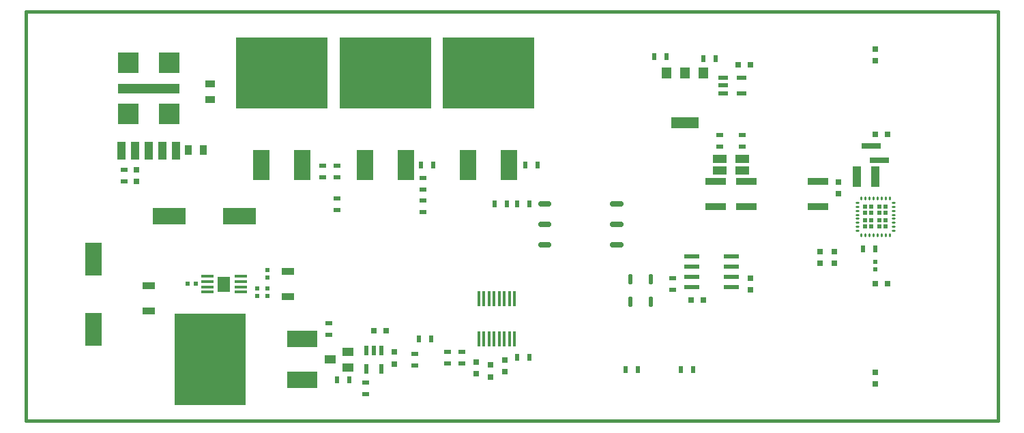
<source format=gtp>
G75*
%MOIN*%
%OFA0B0*%
%FSLAX25Y25*%
%IPPOS*%
%LPD*%
%AMOC8*
5,1,8,0,0,1.08239X$1,22.5*
%
%ADD10C,0.01600*%
%ADD11R,0.06299X0.01575*%
%ADD12R,0.06102X0.07480*%
%ADD13R,0.09843X0.03543*%
%ADD14R,0.03150X0.03150*%
%ADD15R,0.06299X0.03543*%
%ADD16R,0.01969X0.01969*%
%ADD17R,0.02362X0.01969*%
%ADD18R,0.02362X0.03543*%
%ADD19R,0.09700X0.03100*%
%ADD20C,0.00984*%
%ADD21R,0.00984X0.00492*%
%ADD22R,0.00492X0.00984*%
%ADD23R,0.08200X0.15000*%
%ADD24R,0.45000X0.35000*%
%ADD25R,0.15000X0.08200*%
%ADD26R,0.35000X0.45000*%
%ADD27R,0.04200X0.08500*%
%ADD28R,0.10000X0.10000*%
%ADD29R,0.30000X0.05000*%
%ADD30R,0.03543X0.05118*%
%ADD31R,0.03543X0.02362*%
%ADD32R,0.05118X0.03543*%
%ADD33R,0.02000X0.04800*%
%ADD34R,0.01400X0.07800*%
%ADD35C,0.01700*%
%ADD36R,0.05512X0.03937*%
%ADD37C,0.02559*%
%ADD38R,0.04800X0.02000*%
%ADD39R,0.04724X0.05512*%
%ADD40R,0.13780X0.05512*%
%ADD41R,0.06890X0.04331*%
%ADD42R,0.04000X0.10000*%
%ADD43R,0.07800X0.02100*%
%ADD44R,0.07874X0.16142*%
%ADD45R,0.16142X0.07874*%
D10*
X0001800Y0027250D02*
X0476800Y0027250D01*
X0476800Y0227250D01*
X0001800Y0227250D01*
X0001800Y0027250D01*
D11*
X0090265Y0090250D03*
X0090265Y0092809D03*
X0090265Y0095368D03*
X0090265Y0097927D03*
X0106800Y0097927D03*
X0106800Y0095368D03*
X0106800Y0092809D03*
X0106800Y0090250D03*
D12*
X0098532Y0094089D03*
D13*
X0338800Y0132148D03*
X0353800Y0132148D03*
X0353800Y0144352D03*
X0338800Y0144352D03*
X0388800Y0144352D03*
X0388800Y0132148D03*
D14*
X0398800Y0138297D03*
X0398800Y0144203D03*
X0416847Y0167250D03*
X0422753Y0167250D03*
X0355753Y0201250D03*
X0349847Y0201250D03*
X0416800Y0203297D03*
X0416800Y0209203D03*
X0396800Y0110203D03*
X0389800Y0110203D03*
X0389800Y0104297D03*
X0396800Y0104297D03*
X0416847Y0094250D03*
X0422753Y0094250D03*
X0355800Y0091297D03*
X0355800Y0097203D03*
X0332753Y0086250D03*
X0326847Y0086250D03*
X0235800Y0057203D03*
X0235800Y0051297D03*
X0228800Y0048797D03*
X0221800Y0050297D03*
X0228800Y0054703D03*
X0221800Y0056203D03*
X0181800Y0055047D03*
X0181800Y0060953D03*
X0177753Y0071250D03*
X0171847Y0071250D03*
X0055800Y0144297D03*
X0055800Y0150203D03*
X0416800Y0051203D03*
X0416800Y0045297D03*
D15*
X0129800Y0088148D03*
X0129800Y0100352D03*
X0061800Y0093352D03*
X0061800Y0081148D03*
D16*
X0080831Y0094250D03*
X0084769Y0094250D03*
X0114800Y0092219D03*
X0114800Y0088281D03*
X0411879Y0122329D03*
X0414831Y0122329D03*
X0414831Y0125281D03*
X0411879Y0125281D03*
X0411879Y0129219D03*
X0414831Y0129219D03*
X0418769Y0129219D03*
X0421721Y0129219D03*
X0421721Y0125281D03*
X0421721Y0122329D03*
X0418769Y0122329D03*
X0418769Y0125281D03*
X0418769Y0132171D03*
X0421721Y0132171D03*
X0414831Y0132171D03*
X0411879Y0132171D03*
D17*
X0416800Y0105219D03*
X0416800Y0101281D03*
X0119800Y0101219D03*
X0119800Y0097281D03*
X0119800Y0092219D03*
X0119800Y0088281D03*
D18*
X0193847Y0067250D03*
X0199753Y0067250D03*
X0159753Y0047250D03*
X0153847Y0047250D03*
X0241847Y0058250D03*
X0247753Y0058250D03*
X0294847Y0052250D03*
X0300753Y0052250D03*
X0321847Y0052250D03*
X0327753Y0052250D03*
X0410847Y0111250D03*
X0416753Y0111250D03*
X0251753Y0152250D03*
X0245847Y0152250D03*
X0247753Y0133250D03*
X0241847Y0133250D03*
X0236753Y0133250D03*
X0230847Y0133250D03*
X0200753Y0152250D03*
X0194847Y0152250D03*
X0308847Y0205250D03*
X0314753Y0205250D03*
X0332847Y0204250D03*
X0338753Y0204250D03*
D19*
X0414800Y0161850D03*
X0418800Y0154650D03*
D20*
X0419753Y0136600D02*
X0419753Y0135616D01*
X0421721Y0135616D02*
X0421721Y0136600D01*
X0423690Y0136600D02*
X0423690Y0135616D01*
X0425166Y0134140D02*
X0426150Y0134140D01*
X0426150Y0132171D02*
X0425166Y0132171D01*
X0425166Y0130203D02*
X0426150Y0130203D01*
X0426150Y0128234D02*
X0425166Y0128234D01*
X0425166Y0126266D02*
X0426150Y0126266D01*
X0426150Y0124297D02*
X0425166Y0124297D01*
X0425166Y0122329D02*
X0426150Y0122329D01*
X0426150Y0120360D02*
X0425166Y0120360D01*
X0423690Y0118884D02*
X0423690Y0117900D01*
X0421721Y0117900D02*
X0421721Y0118884D01*
X0419753Y0118884D02*
X0419753Y0117900D01*
X0417784Y0117900D02*
X0417784Y0118884D01*
X0415816Y0118884D02*
X0415816Y0117900D01*
X0413847Y0117900D02*
X0413847Y0118884D01*
X0411879Y0118884D02*
X0411879Y0117900D01*
X0409910Y0117900D02*
X0409910Y0118884D01*
X0408434Y0120360D02*
X0407450Y0120360D01*
X0407450Y0122329D02*
X0408434Y0122329D01*
X0408434Y0124297D02*
X0407450Y0124297D01*
X0407450Y0126266D02*
X0408434Y0126266D01*
X0408434Y0128234D02*
X0407450Y0128234D01*
X0407450Y0130203D02*
X0408434Y0130203D01*
X0408434Y0132171D02*
X0407450Y0132171D01*
X0407450Y0134140D02*
X0408434Y0134140D01*
X0409910Y0135616D02*
X0409910Y0136600D01*
X0411879Y0136600D02*
X0411879Y0135616D01*
X0413847Y0135616D02*
X0413847Y0136600D01*
X0415816Y0136600D02*
X0415816Y0135616D01*
X0417784Y0135616D02*
X0417784Y0136600D01*
D21*
X0417784Y0136846D03*
X0415816Y0136846D03*
X0413847Y0136846D03*
X0411879Y0136846D03*
X0409910Y0136846D03*
X0419753Y0136846D03*
X0421721Y0136846D03*
X0423690Y0136846D03*
X0423690Y0117654D03*
X0421721Y0117654D03*
X0419753Y0117654D03*
X0417784Y0117654D03*
X0415816Y0117654D03*
X0413847Y0117654D03*
X0411879Y0117654D03*
X0409910Y0117654D03*
D22*
X0407204Y0120360D03*
X0407204Y0122329D03*
X0407204Y0124297D03*
X0407204Y0126266D03*
X0407204Y0128234D03*
X0407204Y0130203D03*
X0407204Y0132171D03*
X0407204Y0134140D03*
X0426396Y0134140D03*
X0426396Y0132171D03*
X0426396Y0130203D03*
X0426396Y0128234D03*
X0426396Y0126266D03*
X0426396Y0124297D03*
X0426396Y0122329D03*
X0426396Y0120360D03*
D23*
X0237800Y0152250D03*
X0217800Y0152250D03*
X0187300Y0152250D03*
X0167300Y0152250D03*
X0136800Y0152250D03*
X0116800Y0152250D03*
D24*
X0126800Y0197250D03*
X0177300Y0197250D03*
X0227800Y0197250D03*
D25*
X0136800Y0067250D03*
X0136800Y0047250D03*
D26*
X0091800Y0057250D03*
D27*
X0075200Y0159450D03*
X0068500Y0159450D03*
X0061800Y0159450D03*
X0055100Y0159450D03*
X0048400Y0159450D03*
D28*
X0051800Y0177250D03*
X0071800Y0177250D03*
X0071800Y0202250D03*
X0051800Y0202250D03*
D29*
X0061800Y0189750D03*
D30*
X0081060Y0159650D03*
X0088540Y0159650D03*
D31*
X0049800Y0150203D03*
X0049800Y0144297D03*
X0146800Y0146297D03*
X0153800Y0146297D03*
X0153800Y0152203D03*
X0146800Y0152203D03*
X0153800Y0136203D03*
X0153800Y0130297D03*
X0195800Y0129297D03*
X0195800Y0135203D03*
X0195800Y0140297D03*
X0195800Y0146203D03*
X0317800Y0097203D03*
X0317800Y0091297D03*
X0214800Y0061203D03*
X0207800Y0061203D03*
X0207800Y0055297D03*
X0214800Y0055297D03*
X0191800Y0054297D03*
X0191800Y0060203D03*
X0167800Y0046203D03*
X0167800Y0040297D03*
X0149800Y0069297D03*
X0149800Y0075203D03*
X0340800Y0161297D03*
X0340800Y0167203D03*
X0351800Y0167203D03*
X0351800Y0161297D03*
D32*
X0091800Y0184510D03*
X0091800Y0191990D03*
D33*
X0168060Y0061750D03*
X0171800Y0061750D03*
X0175540Y0061750D03*
X0175540Y0052750D03*
X0168060Y0052750D03*
D34*
X0223050Y0067550D03*
X0225550Y0067550D03*
X0228050Y0067550D03*
X0230550Y0067550D03*
X0233050Y0067550D03*
X0235550Y0067550D03*
X0238050Y0067550D03*
X0240550Y0067550D03*
X0240550Y0086950D03*
X0238050Y0086950D03*
X0235550Y0086950D03*
X0233050Y0086950D03*
X0230550Y0086950D03*
X0228050Y0086950D03*
X0225550Y0086950D03*
X0223050Y0086950D03*
D35*
X0296950Y0087400D02*
X0296950Y0084100D01*
X0296650Y0084100D01*
X0296650Y0087400D01*
X0296950Y0087400D01*
X0296950Y0085799D02*
X0296650Y0085799D01*
X0306950Y0087400D02*
X0306950Y0084100D01*
X0306650Y0084100D01*
X0306650Y0087400D01*
X0306950Y0087400D01*
X0306950Y0085799D02*
X0306650Y0085799D01*
X0306950Y0095100D02*
X0306950Y0098400D01*
X0306950Y0095100D02*
X0306650Y0095100D01*
X0306650Y0098400D01*
X0306950Y0098400D01*
X0306950Y0096799D02*
X0306650Y0096799D01*
X0296950Y0098400D02*
X0296950Y0095100D01*
X0296650Y0095100D01*
X0296650Y0098400D01*
X0296950Y0098400D01*
X0296950Y0096799D02*
X0296650Y0096799D01*
D36*
X0159131Y0060990D03*
X0150469Y0057250D03*
X0159131Y0053510D03*
D37*
X0253311Y0113250D02*
X0257249Y0113250D01*
X0257249Y0113250D01*
X0253311Y0113250D01*
X0253311Y0113250D01*
X0253311Y0123250D02*
X0257249Y0123250D01*
X0257249Y0123250D01*
X0253311Y0123250D01*
X0253311Y0123250D01*
X0253311Y0133250D02*
X0257249Y0133250D01*
X0257249Y0133250D01*
X0253311Y0133250D01*
X0253311Y0133250D01*
X0288351Y0133250D02*
X0292289Y0133250D01*
X0292289Y0133250D01*
X0288351Y0133250D01*
X0288351Y0133250D01*
X0288351Y0123250D02*
X0292289Y0123250D01*
X0292289Y0123250D01*
X0288351Y0123250D01*
X0288351Y0123250D01*
X0288351Y0113250D02*
X0292289Y0113250D01*
X0292289Y0113250D01*
X0288351Y0113250D01*
X0288351Y0113250D01*
D38*
X0342300Y0187510D03*
X0342300Y0191250D03*
X0342300Y0194990D03*
X0351300Y0194990D03*
X0351300Y0187510D03*
D39*
X0332898Y0197451D03*
X0323800Y0197451D03*
X0314702Y0197451D03*
D40*
X0323800Y0173049D03*
D41*
X0340800Y0155250D03*
X0340800Y0149738D03*
X0351627Y0149738D03*
X0351627Y0155250D03*
D42*
X0407800Y0146750D03*
X0416800Y0146750D03*
D43*
X0346500Y0107750D03*
X0346500Y0102750D03*
X0346500Y0097750D03*
X0346500Y0092750D03*
X0327100Y0092750D03*
X0327100Y0097750D03*
X0327100Y0102750D03*
X0327100Y0107750D03*
D44*
X0034800Y0106376D03*
X0034800Y0072124D03*
D45*
X0071674Y0127250D03*
X0105926Y0127250D03*
M02*

</source>
